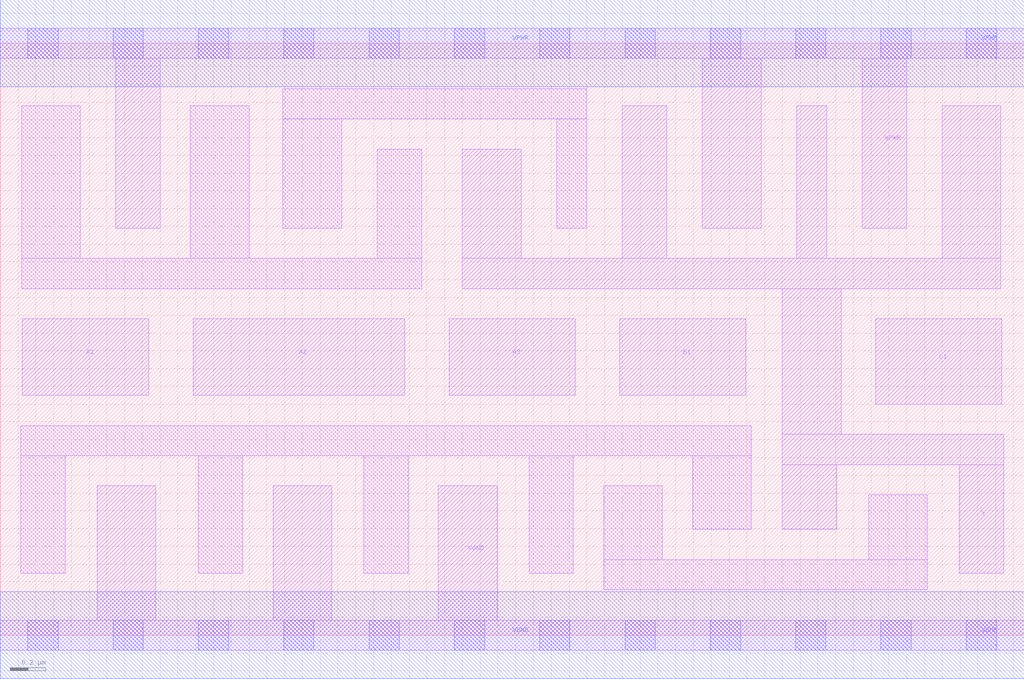
<source format=lef>
# Copyright 2020 The SkyWater PDK Authors
#
# Licensed under the Apache License, Version 2.0 (the "License");
# you may not use this file except in compliance with the License.
# You may obtain a copy of the License at
#
#     https://www.apache.org/licenses/LICENSE-2.0
#
# Unless required by applicable law or agreed to in writing, software
# distributed under the License is distributed on an "AS IS" BASIS,
# WITHOUT WARRANTIES OR CONDITIONS OF ANY KIND, either express or implied.
# See the License for the specific language governing permissions and
# limitations under the License.
#
# SPDX-License-Identifier: Apache-2.0

VERSION 5.7 ;
  NAMESCASESENSITIVE ON ;
  NOWIREEXTENSIONATPIN ON ;
  DIVIDERCHAR "/" ;
  BUSBITCHARS "[]" ;
UNITS
  DATABASE MICRONS 200 ;
END UNITS
MACRO sky130_fd_sc_hs__o311ai_2
  CLASS CORE ;
  SOURCE USER ;
  FOREIGN sky130_fd_sc_hs__o311ai_2 ;
  ORIGIN  0.000000  0.000000 ;
  SIZE  5.760000 BY  3.330000 ;
  SYMMETRY X Y ;
  SITE unit ;
  PIN A1
    ANTENNAGATEAREA  0.558000 ;
    DIRECTION INPUT ;
    USE SIGNAL ;
    PORT
      LAYER li1 ;
        RECT 0.125000 1.350000 0.835000 1.780000 ;
    END
  END A1
  PIN A2
    ANTENNAGATEAREA  0.558000 ;
    DIRECTION INPUT ;
    USE SIGNAL ;
    PORT
      LAYER li1 ;
        RECT 1.085000 1.350000 2.275000 1.780000 ;
    END
  END A2
  PIN A3
    ANTENNAGATEAREA  0.558000 ;
    DIRECTION INPUT ;
    USE SIGNAL ;
    PORT
      LAYER li1 ;
        RECT 2.525000 1.350000 3.235000 1.780000 ;
    END
  END A3
  PIN B1
    ANTENNAGATEAREA  0.558000 ;
    DIRECTION INPUT ;
    USE SIGNAL ;
    PORT
      LAYER li1 ;
        RECT 3.485000 1.350000 4.195000 1.780000 ;
    END
  END B1
  PIN C1
    ANTENNAGATEAREA  0.558000 ;
    DIRECTION INPUT ;
    USE SIGNAL ;
    PORT
      LAYER li1 ;
        RECT 4.925000 1.300000 5.635000 1.780000 ;
    END
  END C1
  PIN Y
    ANTENNADIFFAREA  1.754600 ;
    DIRECTION OUTPUT ;
    USE SIGNAL ;
    PORT
      LAYER li1 ;
        RECT 2.600000 1.950000 5.630000 2.120000 ;
        RECT 2.600000 2.120000 2.930000 2.735000 ;
        RECT 3.500000 2.120000 3.750000 2.980000 ;
        RECT 4.400000 0.595000 4.705000 0.960000 ;
        RECT 4.400000 0.960000 5.645000 1.130000 ;
        RECT 4.400000 1.130000 4.730000 1.950000 ;
        RECT 4.480000 2.120000 4.650000 2.980000 ;
        RECT 5.300000 2.120000 5.630000 2.980000 ;
        RECT 5.395000 0.350000 5.645000 0.960000 ;
    END
  END Y
  PIN VGND
    DIRECTION INOUT ;
    USE GROUND ;
    PORT
      LAYER li1 ;
        RECT 0.000000 -0.085000 5.760000 0.085000 ;
        RECT 0.545000  0.085000 0.875000 0.840000 ;
        RECT 1.535000  0.085000 1.865000 0.840000 ;
        RECT 2.465000  0.085000 2.795000 0.840000 ;
      LAYER mcon ;
        RECT 0.155000 -0.085000 0.325000 0.085000 ;
        RECT 0.635000 -0.085000 0.805000 0.085000 ;
        RECT 1.115000 -0.085000 1.285000 0.085000 ;
        RECT 1.595000 -0.085000 1.765000 0.085000 ;
        RECT 2.075000 -0.085000 2.245000 0.085000 ;
        RECT 2.555000 -0.085000 2.725000 0.085000 ;
        RECT 3.035000 -0.085000 3.205000 0.085000 ;
        RECT 3.515000 -0.085000 3.685000 0.085000 ;
        RECT 3.995000 -0.085000 4.165000 0.085000 ;
        RECT 4.475000 -0.085000 4.645000 0.085000 ;
        RECT 4.955000 -0.085000 5.125000 0.085000 ;
        RECT 5.435000 -0.085000 5.605000 0.085000 ;
      LAYER met1 ;
        RECT 0.000000 -0.245000 5.760000 0.245000 ;
    END
  END VGND
  PIN VPWR
    DIRECTION INOUT ;
    USE POWER ;
    PORT
      LAYER li1 ;
        RECT 0.000000 3.245000 5.760000 3.415000 ;
        RECT 0.650000 2.290000 0.900000 3.245000 ;
        RECT 3.950000 2.290000 4.280000 3.245000 ;
        RECT 4.850000 2.290000 5.100000 3.245000 ;
      LAYER mcon ;
        RECT 0.155000 3.245000 0.325000 3.415000 ;
        RECT 0.635000 3.245000 0.805000 3.415000 ;
        RECT 1.115000 3.245000 1.285000 3.415000 ;
        RECT 1.595000 3.245000 1.765000 3.415000 ;
        RECT 2.075000 3.245000 2.245000 3.415000 ;
        RECT 2.555000 3.245000 2.725000 3.415000 ;
        RECT 3.035000 3.245000 3.205000 3.415000 ;
        RECT 3.515000 3.245000 3.685000 3.415000 ;
        RECT 3.995000 3.245000 4.165000 3.415000 ;
        RECT 4.475000 3.245000 4.645000 3.415000 ;
        RECT 4.955000 3.245000 5.125000 3.415000 ;
        RECT 5.435000 3.245000 5.605000 3.415000 ;
      LAYER met1 ;
        RECT 0.000000 3.085000 5.760000 3.575000 ;
    END
  END VPWR
  OBS
    LAYER li1 ;
      RECT 0.115000 0.350000 0.365000 1.010000 ;
      RECT 0.115000 1.010000 4.225000 1.180000 ;
      RECT 0.120000 1.950000 2.370000 2.120000 ;
      RECT 0.120000 2.120000 0.450000 2.980000 ;
      RECT 1.070000 2.120000 1.400000 2.980000 ;
      RECT 1.115000 0.350000 1.365000 1.010000 ;
      RECT 1.590000 2.290000 1.920000 2.905000 ;
      RECT 1.590000 2.905000 3.300000 3.075000 ;
      RECT 2.045000 0.350000 2.295000 1.010000 ;
      RECT 2.120000 2.120000 2.370000 2.735000 ;
      RECT 2.975000 0.350000 3.225000 1.010000 ;
      RECT 3.130000 2.290000 3.300000 2.905000 ;
      RECT 3.395000 0.255000 5.215000 0.425000 ;
      RECT 3.395000 0.425000 3.725000 0.840000 ;
      RECT 3.895000 0.595000 4.225000 1.010000 ;
      RECT 4.885000 0.425000 5.215000 0.790000 ;
  END
END sky130_fd_sc_hs__o311ai_2

</source>
